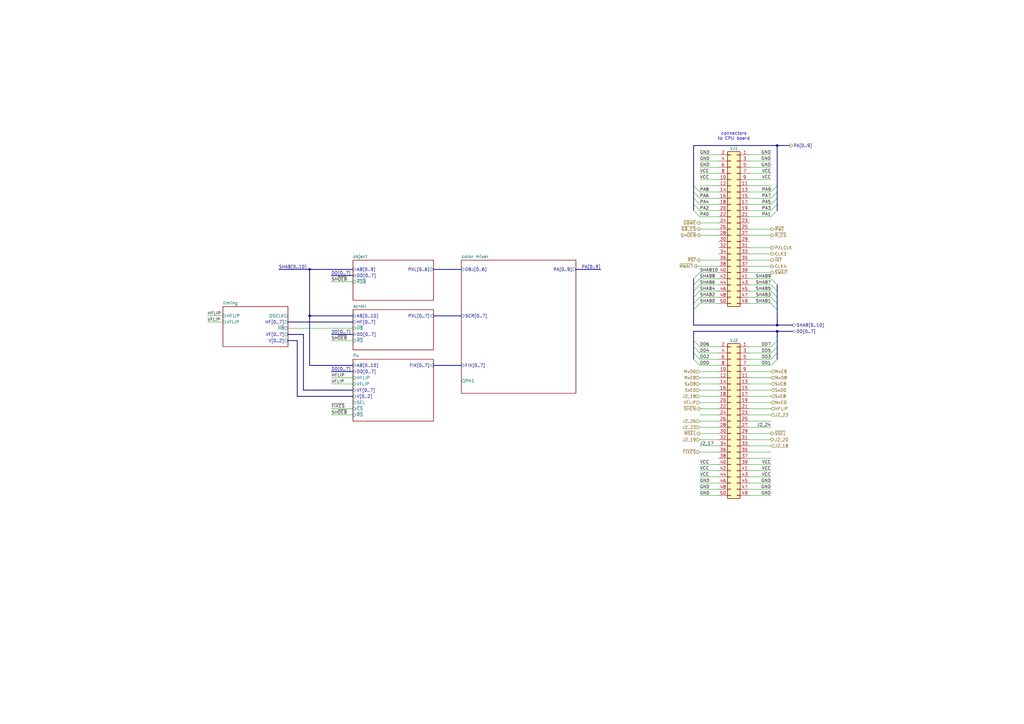
<source format=kicad_sch>
(kicad_sch (version 20231120) (generator "eeschema") (generator_version "8.0")
  (paper "A3")
  (title_block (date "2024-10-12") (company "JOTEGO") (comment 1 "Jose Tejada"))
  (lib_symbols
    (symbol "Connector_Generic:Conn_02x25_Odd_Even" (pin_names (offset 1.016) hide)
      (property "Reference" "J" (at 1.27 33.02 0))
      (property "Value" "Conn_02x25_Odd_Even" (at 1.27 -33.02 0))
      (symbol "Conn_02x25_Odd_Even_1_1"
        (rectangle (start -1.27 -30.353) (end 0 -30.607) (stroke (width 0.1524)))
        (rectangle (start -1.27 -27.813) (end 0 -28.067) (stroke (width 0.1524)))
        (rectangle (start -1.27 -25.273) (end 0 -25.527) (stroke (width 0.1524)))
        (rectangle (start -1.27 -22.733) (end 0 -22.987) (stroke (width 0.1524)))
        (rectangle (start -1.27 -20.193) (end 0 -20.447) (stroke (width 0.1524)))
        (rectangle (start -1.27 -17.653) (end 0 -17.907) (stroke (width 0.1524)))
        (rectangle (start -1.27 -15.113) (end 0 -15.367) (stroke (width 0.1524)))
        (rectangle (start -1.27 -12.573) (end 0 -12.827) (stroke (width 0.1524)))
        (rectangle (start -1.27 -10.033) (end 0 -10.287) (stroke (width 0.1524)))
        (rectangle (start -1.27 -7.493) (end 0 -7.747) (stroke (width 0.1524)))
        (rectangle (start -1.27 -4.953) (end 0 -5.207) (stroke (width 0.1524)))
        (rectangle (start -1.27 -2.413) (end 0 -2.667) (stroke (width 0.1524)))
        (rectangle (start -1.27 0.127) (end 0 -0.127) (stroke (width 0.1524)))
        (rectangle (start -1.27 2.667) (end 0 2.413) (stroke (width 0.1524)))
        (rectangle (start -1.27 5.207) (end 0 4.953) (stroke (width 0.1524)))
        (rectangle (start -1.27 7.747) (end 0 7.493) (stroke (width 0.1524)))
        (rectangle (start -1.27 10.287) (end 0 10.033) (stroke (width 0.1524)))
        (rectangle (start -1.27 12.827) (end 0 12.573) (stroke (width 0.1524)))
        (rectangle (start -1.27 15.367) (end 0 15.113) (stroke (width 0.1524)))
        (rectangle (start -1.27 17.907) (end 0 17.653) (stroke (width 0.1524)))
        (rectangle (start -1.27 20.447) (end 0 20.193) (stroke (width 0.1524)))
        (rectangle (start -1.27 22.987) (end 0 22.733) (stroke (width 0.1524)))
        (rectangle (start -1.27 25.527) (end 0 25.273) (stroke (width 0.1524)))
        (rectangle (start -1.27 28.067) (end 0 27.813) (stroke (width 0.1524)))
        (rectangle (start -1.27 30.607) (end 0 30.353) (stroke (width 0.1524)))
        (rectangle (start -1.27 31.75) (end 3.81 -31.75) (stroke (width 0.254)) (fill (type background)))
        (rectangle (start 3.81 -30.353) (end 2.54 -30.607) (stroke (width 0.1524)))
        (rectangle (start 3.81 -27.813) (end 2.54 -28.067) (stroke (width 0.1524)))
        (rectangle (start 3.81 -25.273) (end 2.54 -25.527) (stroke (width 0.1524)))
        (rectangle (start 3.81 -22.733) (end 2.54 -22.987) (stroke (width 0.1524)))
        (rectangle (start 3.81 -20.193) (end 2.54 -20.447) (stroke (width 0.1524)))
        (rectangle (start 3.81 -17.653) (end 2.54 -17.907) (stroke (width 0.1524)))
        (rectangle (start 3.81 -15.113) (end 2.54 -15.367) (stroke (width 0.1524)))
        (rectangle (start 3.81 -12.573) (end 2.54 -12.827) (stroke (width 0.1524)))
        (rectangle (start 3.81 -10.033) (end 2.54 -10.287) (stroke (width 0.1524)))
        (rectangle (start 3.81 -7.493) (end 2.54 -7.747) (stroke (width 0.1524)))
        (rectangle (start 3.81 -4.953) (end 2.54 -5.207) (stroke (width 0.1524)))
        (rectangle (start 3.81 -2.413) (end 2.54 -2.667) (stroke (width 0.1524)))
        (rectangle (start 3.81 0.127) (end 2.54 -0.127) (stroke (width 0.1524)))
        (rectangle (start 3.81 2.667) (end 2.54 2.413) (stroke (width 0.1524)))
        (rectangle (start 3.81 5.207) (end 2.54 4.953) (stroke (width 0.1524)))
        (rectangle (start 3.81 7.747) (end 2.54 7.493) (stroke (width 0.1524)))
        (rectangle (start 3.81 10.287) (end 2.54 10.033) (stroke (width 0.1524)))
        (rectangle (start 3.81 12.827) (end 2.54 12.573) (stroke (width 0.1524)))
        (rectangle (start 3.81 15.367) (end 2.54 15.113) (stroke (width 0.1524)))
        (rectangle (start 3.81 17.907) (end 2.54 17.653) (stroke (width 0.1524)))
        (rectangle (start 3.81 20.447) (end 2.54 20.193) (stroke (width 0.1524)))
        (rectangle (start 3.81 22.987) (end 2.54 22.733) (stroke (width 0.1524)))
        (rectangle (start 3.81 25.527) (end 2.54 25.273) (stroke (width 0.1524)))
        (rectangle (start 3.81 28.067) (end 2.54 27.813) (stroke (width 0.1524)))
        (rectangle (start 3.81 30.607) (end 2.54 30.353) (stroke (width 0.1524)))
        (pin passive line (at -5.08 30.48 0) (length 3.81) (name "Pin_1") (number "1"))
        (pin passive line (at 7.62 20.32 180) (length 3.81) (name "Pin_10") (number "10"))
        (pin passive line (at -5.08 17.78 0) (length 3.81) (name "Pin_11") (number "11"))
        (pin passive line (at 7.62 17.78 180) (length 3.81) (name "Pin_12") (number "12"))
        (pin passive line (at -5.08 15.24 0) (length 3.81) (name "Pin_13") (number "13"))
        (pin passive line (at 7.62 15.24 180) (length 3.81) (name "Pin_14") (number "14"))
        (pin passive line (at -5.08 12.7 0) (length 3.81) (name "Pin_15") (number "15"))
        (pin passive line (at 7.62 12.7 180) (length 3.81) (name "Pin_16") (number "16"))
        (pin passive line (at -5.08 10.16 0) (length 3.81) (name "Pin_17") (number "17"))
        (pin passive line (at 7.62 10.16 180) (length 3.81) (name "Pin_18") (number "18"))
        (pin passive line (at -5.08 7.62 0) (length 3.81) (name "Pin_19") (number "19"))
        (pin passive line (at 7.62 30.48 180) (length 3.81) (name "Pin_2") (number "2"))
        (pin passive line (at 7.62 7.62 180) (length 3.81) (name "Pin_20") (number "20"))
        (pin passive line (at -5.08 5.08 0) (length 3.81) (name "Pin_21") (number "21"))
        (pin passive line (at 7.62 5.08 180) (length 3.81) (name "Pin_22") (number "22"))
        (pin passive line (at -5.08 2.54 0) (length 3.81) (name "Pin_23") (number "23"))
        (pin passive line (at 7.62 2.54 180) (length 3.81) (name "Pin_24") (number "24"))
        (pin passive line (at -5.08 0 0) (length 3.81) (name "Pin_25") (number "25"))
        (pin passive line (at 7.62 0 180) (length 3.81) (name "Pin_26") (number "26"))
        (pin passive line (at -5.08 -2.54 0) (length 3.81) (name "Pin_27") (number "27"))
        (pin passive line (at 7.62 -2.54 180) (length 3.81) (name "Pin_28") (number "28"))
        (pin passive line (at -5.08 -5.08 0) (length 3.81) (name "Pin_29") (number "29"))
        (pin passive line (at -5.08 27.94 0) (length 3.81) (name "Pin_3") (number "3"))
        (pin passive line (at 7.62 -5.08 180) (length 3.81) (name "Pin_30") (number "30"))
        (pin passive line (at -5.08 -7.62 0) (length 3.81) (name "Pin_31") (number "31"))
        (pin passive line (at 7.62 -7.62 180) (length 3.81) (name "Pin_32") (number "32"))
        (pin passive line (at -5.08 -10.16 0) (length 3.81) (name "Pin_33") (number "33"))
        (pin passive line (at 7.62 -10.16 180) (length 3.81) (name "Pin_34") (number "34"))
        (pin passive line (at -5.08 -12.7 0) (length 3.81) (name "Pin_35") (number "35"))
        (pin passive line (at 7.62 -12.7 180) (length 3.81) (name "Pin_36") (number "36"))
        (pin passive line (at -5.08 -15.24 0) (length 3.81) (name "Pin_37") (number "37"))
        (pin passive line (at 7.62 -15.24 180) (length 3.81) (name "Pin_38") (number "38"))
        (pin passive line (at -5.08 -17.78 0) (length 3.81) (name "Pin_39") (number "39"))
        (pin passive line (at 7.62 27.94 180) (length 3.81) (name "Pin_4") (number "4"))
        (pin passive line (at 7.62 -17.78 180) (length 3.81) (name "Pin_40") (number "40"))
        (pin passive line (at -5.08 -20.32 0) (length 3.81) (name "Pin_41") (number "41"))
        (pin passive line (at 7.62 -20.32 180) (length 3.81) (name "Pin_42") (number "42"))
        (pin passive line (at -5.08 -22.86 0) (length 3.81) (name "Pin_43") (number "43"))
        (pin passive line (at 7.62 -22.86 180) (length 3.81) (name "Pin_44") (number "44"))
        (pin passive line (at -5.08 -25.4 0) (length 3.81) (name "Pin_45") (number "45"))
        (pin passive line (at 7.62 -25.4 180) (length 3.81) (name "Pin_46") (number "46"))
        (pin passive line (at -5.08 -27.94 0) (length 3.81) (name "Pin_47") (number "47"))
        (pin passive line (at 7.62 -27.94 180) (length 3.81) (name "Pin_48") (number "48"))
        (pin passive line (at -5.08 -30.48 0) (length 3.81) (name "Pin_49") (number "49"))
        (pin passive line (at -5.08 25.4 0) (length 3.81) (name "Pin_5") (number "5"))
        (pin passive line (at 7.62 -30.48 180) (length 3.81) (name "Pin_50") (number "50"))
        (pin passive line (at 7.62 25.4 180) (length 3.81) (name "Pin_6") (number "6"))
        (pin passive line (at -5.08 22.86 0) (length 3.81) (name "Pin_7") (number "7"))
        (pin passive line (at 7.62 22.86 180) (length 3.81) (name "Pin_8") (number "8"))
        (pin passive line (at -5.08 20.32 0) (length 3.81) (name "Pin_9") (number "9"))
      )
    )
  )
  (junction (at 318.77 133.35))
  (junction (at 127 110.49))
  (junction (at 318.77 135.89))
  (junction (at 318.77 59.69))
  (junction (at 127 129.54))
  (bus_entry (at 287.02 144.78) (size -2.54 -2.54))
  (bus_entry (at 316.23 86.36) (size 2.54 -2.54))
  (bus_entry (at 287.02 83.82) (size -2.54 -2.54))
  (bus_entry (at 318.77 127) (size -2.54 -2.54))
  (bus_entry (at 287.02 78.74) (size -2.54 -2.54))
  (bus_entry (at 287.02 86.36) (size -2.54 -2.54))
  (bus_entry (at 284.48 119.38) (size 2.54 -2.54))
  (bus_entry (at 316.23 144.78) (size 2.54 -2.54))
  (bus_entry (at 316.23 83.82) (size 2.54 -2.54))
  (bus_entry (at 287.02 142.24) (size -2.54 -2.54))
  (bus_entry (at 287.02 149.86) (size -2.54 -2.54))
  (bus_entry (at 316.23 147.32) (size 2.54 -2.54))
  (bus_entry (at 316.23 81.28) (size 2.54 -2.54))
  (bus_entry (at 284.48 124.46) (size 2.54 -2.54))
  (bus_entry (at 316.23 88.9) (size 2.54 -2.54))
  (bus_entry (at 284.48 121.92) (size 2.54 -2.54))
  (bus_entry (at 316.23 78.74) (size 2.54 -2.54))
  (bus_entry (at 284.48 114.3) (size 2.54 -2.54))
  (bus_entry (at 318.77 116.84) (size -2.54 -2.54))
  (bus_entry (at 287.02 81.28) (size -2.54 -2.54))
  (bus_entry (at 318.77 119.38) (size -2.54 -2.54))
  (bus_entry (at 287.02 88.9) (size -2.54 -2.54))
  (bus_entry (at 284.48 116.84) (size 2.54 -2.54))
  (bus_entry (at 284.48 127) (size 2.54 -2.54))
  (bus_entry (at 316.23 142.24) (size 2.54 -2.54))
  (bus_entry (at 316.23 149.86) (size 2.54 -2.54))
  (bus_entry (at 287.02 147.32) (size -2.54 -2.54))
  (bus_entry (at 318.77 121.92) (size -2.54 -2.54))
  (bus_entry (at 318.77 124.46) (size -2.54 -2.54))
  (bus (pts (xy 318.77 121.92) (xy 318.77 119.38)))
  (wire (pts (xy 287.02 68.58) (xy 294.64 68.58)))
  (wire (pts (xy 307.34 180.34) (xy 316.23 180.34)))
  (wire (pts (xy 307.34 152.4) (xy 316.23 152.4)))
  (bus (pts (xy 284.48 76.2) (xy 284.48 59.69)))
  (bus (pts (xy 284.48 135.89) (xy 318.77 135.89)))
  (wire (pts (xy 287.02 160.02) (xy 294.64 160.02)))
  (bus (pts (xy 127 110.49) (xy 127 129.54)))
  (wire (pts (xy 307.34 86.36) (xy 316.23 86.36)))
  (wire (pts (xy 307.34 144.78) (xy 316.23 144.78)))
  (bus (pts (xy 127 149.86) (xy 144.78 149.86)))
  (wire (pts (xy 135.89 170.18) (xy 144.78 170.18)))
  (bus (pts (xy 121.92 139.7) (xy 121.92 162.56)))
  (wire (pts (xy 316.23 190.5) (xy 307.34 190.5)))
  (wire (pts (xy 307.34 106.68) (xy 316.23 106.68)))
  (bus (pts (xy 318.77 147.32) (xy 318.77 144.78)))
  (wire (pts (xy 287.02 172.72) (xy 294.64 172.72)))
  (bus (pts (xy 127 129.54) (xy 144.78 129.54)))
  (wire (pts (xy 287.02 111.76) (xy 294.64 111.76)))
  (wire (pts (xy 287.02 106.68) (xy 294.64 106.68)))
  (bus (pts (xy 118.11 132.08) (xy 144.78 132.08)))
  (bus (pts (xy 318.77 78.74) (xy 318.77 76.2)))
  (bus (pts (xy 318.77 139.7) (xy 318.77 135.89)))
  (wire (pts (xy 287.02 116.84) (xy 294.64 116.84)))
  (wire (pts (xy 287.02 76.2) (xy 294.64 76.2)))
  (wire (pts (xy 287.02 170.18) (xy 294.64 170.18)))
  (bus (pts (xy 284.48 139.7) (xy 284.48 135.89)))
  (wire (pts (xy 316.23 71.12) (xy 307.34 71.12)))
  (wire (pts (xy 287.02 147.32) (xy 294.64 147.32)))
  (wire (pts (xy 307.34 160.02) (xy 316.23 160.02)))
  (wire (pts (xy 287.02 73.66) (xy 294.64 73.66)))
  (wire (pts (xy 287.02 91.44) (xy 294.64 91.44)))
  (bus (pts (xy 318.77 133.35) (xy 318.77 127)))
  (wire (pts (xy 85.09 132.08) (xy 91.44 132.08)))
  (wire (pts (xy 287.02 121.92) (xy 294.64 121.92)))
  (bus (pts (xy 284.48 142.24) (xy 284.48 139.7)))
  (wire (pts (xy 135.89 154.94) (xy 144.78 154.94)))
  (wire (pts (xy 307.34 88.9) (xy 316.23 88.9)))
  (wire (pts (xy 287.02 180.34) (xy 294.64 180.34)))
  (wire (pts (xy 287.02 81.28) (xy 294.64 81.28)))
  (bus (pts (xy 318.77 127) (xy 318.77 124.46)))
  (wire (pts (xy 307.34 76.2) (xy 316.23 76.2)))
  (wire (pts (xy 287.02 177.8) (xy 294.64 177.8)))
  (bus (pts (xy 284.48 119.38) (xy 284.48 121.92)))
  (bus (pts (xy 284.48 81.28) (xy 284.48 78.74)))
  (bus (pts (xy 127 110.49) (xy 144.78 110.49)))
  (bus (pts (xy 177.8 129.54) (xy 189.23 129.54)))
  (bus (pts (xy 325.12 133.35) (xy 318.77 133.35)))
  (wire (pts (xy 287.02 142.24) (xy 294.64 142.24)))
  (bus (pts (xy 284.48 116.84) (xy 284.48 119.38)))
  (wire (pts (xy 287.02 190.5) (xy 294.64 190.5)))
  (wire (pts (xy 287.02 93.98) (xy 294.64 93.98)))
  (bus (pts (xy 177.8 149.86) (xy 189.23 149.86)))
  (bus (pts (xy 135.89 137.16) (xy 144.78 137.16)))
  (wire (pts (xy 287.02 119.38) (xy 294.64 119.38)))
  (bus (pts (xy 284.48 147.32) (xy 284.48 144.78)))
  (wire (pts (xy 307.34 81.28) (xy 316.23 81.28)))
  (wire (pts (xy 307.34 116.84) (xy 316.23 116.84)))
  (bus (pts (xy 284.48 78.74) (xy 284.48 76.2)))
  (wire (pts (xy 287.02 86.36) (xy 294.64 86.36)))
  (wire (pts (xy 287.02 165.1) (xy 294.64 165.1)))
  (wire (pts (xy 287.02 63.5) (xy 294.64 63.5)))
  (wire (pts (xy 287.02 162.56) (xy 294.64 162.56)))
  (wire (pts (xy 287.02 88.9) (xy 294.64 88.9)))
  (wire (pts (xy 307.34 83.82) (xy 316.23 83.82)))
  (wire (pts (xy 307.34 165.1) (xy 316.23 165.1)))
  (bus (pts (xy 124.46 160.02) (xy 144.78 160.02)))
  (wire (pts (xy 135.89 167.64) (xy 144.78 167.64)))
  (wire (pts (xy 307.34 149.86) (xy 316.23 149.86)))
  (bus (pts (xy 118.11 137.16) (xy 124.46 137.16)))
  (bus (pts (xy 284.48 133.35) (xy 318.77 133.35)))
  (wire (pts (xy 287.02 175.26) (xy 294.64 175.26)))
  (bus (pts (xy 318.77 142.24) (xy 318.77 139.7)))
  (bus (pts (xy 236.22 110.49) (xy 246.38 110.49)))
  (wire (pts (xy 307.34 200.66) (xy 316.23 200.66)))
  (bus (pts (xy 118.11 139.7) (xy 121.92 139.7)))
  (wire (pts (xy 135.89 139.7) (xy 144.78 139.7)))
  (wire (pts (xy 307.34 162.56) (xy 316.23 162.56)))
  (wire (pts (xy 287.02 124.46) (xy 294.64 124.46)))
  (wire (pts (xy 287.02 96.52) (xy 294.64 96.52)))
  (wire (pts (xy 287.02 114.3) (xy 294.64 114.3)))
  (wire (pts (xy 307.34 63.5) (xy 316.23 63.5)))
  (wire (pts (xy 285.75 109.22) (xy 294.64 109.22)))
  (bus (pts (xy 318.77 144.78) (xy 318.77 142.24)))
  (bus (pts (xy 284.48 124.46) (xy 284.48 127)))
  (wire (pts (xy 307.34 147.32) (xy 316.23 147.32)))
  (bus (pts (xy 127 129.54) (xy 127 149.86)))
  (bus (pts (xy 177.8 110.49) (xy 189.23 110.49)))
  (wire (pts (xy 307.34 96.52) (xy 316.23 96.52)))
  (wire (pts (xy 307.34 104.14) (xy 316.23 104.14)))
  (bus (pts (xy 318.77 86.36) (xy 318.77 83.82)))
  (wire (pts (xy 307.34 124.46) (xy 316.23 124.46)))
  (wire (pts (xy 307.34 185.42) (xy 316.23 185.42)))
  (wire (pts (xy 307.34 170.18) (xy 316.23 170.18)))
  (wire (pts (xy 287.02 157.48) (xy 294.64 157.48)))
  (wire (pts (xy 287.02 144.78) (xy 294.64 144.78)))
  (wire (pts (xy 118.11 134.62) (xy 144.78 134.62)))
  (bus (pts (xy 114.3 110.49) (xy 127 110.49)))
  (wire (pts (xy 307.34 109.22) (xy 316.23 109.22)))
  (wire (pts (xy 307.34 119.38) (xy 316.23 119.38)))
  (wire (pts (xy 307.34 101.6) (xy 316.23 101.6)))
  (wire (pts (xy 287.02 71.12) (xy 294.64 71.12)))
  (wire (pts (xy 307.34 111.76) (xy 316.23 111.76)))
  (wire (pts (xy 307.34 182.88) (xy 316.23 182.88)))
  (wire (pts (xy 316.23 73.66) (xy 307.34 73.66)))
  (wire (pts (xy 287.02 167.64) (xy 294.64 167.64)))
  (wire (pts (xy 307.34 68.58) (xy 316.23 68.58)))
  (bus (pts (xy 121.92 162.56) (xy 144.78 162.56)))
  (wire (pts (xy 307.34 154.94) (xy 316.23 154.94)))
  (wire (pts (xy 307.34 175.26) (xy 316.23 175.26)))
  (wire (pts (xy 287.02 152.4) (xy 294.64 152.4)))
  (wire (pts (xy 307.34 66.04) (xy 316.23 66.04)))
  (wire (pts (xy 307.34 177.8) (xy 316.23 177.8)))
  (bus (pts (xy 284.48 86.36) (xy 284.48 83.82)))
  (wire (pts (xy 287.02 193.04) (xy 294.64 193.04)))
  (wire (pts (xy 307.34 157.48) (xy 316.23 157.48)))
  (wire (pts (xy 307.34 142.24) (xy 316.23 142.24)))
  (wire (pts (xy 85.09 129.54) (xy 91.44 129.54)))
  (wire (pts (xy 287.02 182.88) (xy 294.64 182.88)))
  (bus (pts (xy 318.77 135.89) (xy 325.12 135.89)))
  (wire (pts (xy 307.34 187.96) (xy 316.23 187.96)))
  (wire (pts (xy 307.34 121.92) (xy 316.23 121.92)))
  (wire (pts (xy 316.23 195.58) (xy 307.34 195.58)))
  (wire (pts (xy 135.89 157.48) (xy 144.78 157.48)))
  (wire (pts (xy 287.02 83.82) (xy 294.64 83.82)))
  (wire (pts (xy 287.02 198.12) (xy 294.64 198.12)))
  (wire (pts (xy 307.34 167.64) (xy 316.23 167.64)))
  (bus (pts (xy 318.77 59.69) (xy 323.85 59.69)))
  (bus (pts (xy 284.48 83.82) (xy 284.48 81.28)))
  (bus (pts (xy 318.77 83.82) (xy 318.77 81.28)))
  (wire (pts (xy 287.02 203.2) (xy 294.64 203.2)))
  (wire (pts (xy 307.34 114.3) (xy 316.23 114.3)))
  (bus (pts (xy 318.77 76.2) (xy 318.77 59.69)))
  (bus (pts (xy 318.77 81.28) (xy 318.77 78.74)))
  (wire (pts (xy 307.34 93.98) (xy 316.23 93.98)))
  (wire (pts (xy 287.02 195.58) (xy 294.64 195.58)))
  (bus (pts (xy 284.48 121.92) (xy 284.48 124.46)))
  (wire (pts (xy 287.02 66.04) (xy 294.64 66.04)))
  (wire (pts (xy 287.02 78.74) (xy 294.64 78.74)))
  (wire (pts (xy 287.02 185.42) (xy 294.64 185.42)))
  (wire (pts (xy 307.34 172.72) (xy 316.23 172.72)))
  (bus (pts (xy 124.46 137.16) (xy 124.46 160.02)))
  (wire (pts (xy 316.23 193.04) (xy 307.34 193.04)))
  (bus (pts (xy 318.77 119.38) (xy 318.77 116.84)))
  (bus (pts (xy 135.89 113.03) (xy 144.78 113.03)))
  (wire (pts (xy 287.02 149.86) (xy 294.64 149.86)))
  (wire (pts (xy 307.34 78.74) (xy 316.23 78.74)))
  (bus (pts (xy 284.48 127) (xy 284.48 133.35)))
  (bus (pts (xy 284.48 59.69) (xy 318.77 59.69)))
  (wire (pts (xy 307.34 203.2) (xy 316.23 203.2)))
  (wire (pts (xy 287.02 200.66) (xy 294.64 200.66)))
  (bus (pts (xy 284.48 114.3) (xy 284.48 116.84)))
  (bus (pts (xy 318.77 124.46) (xy 318.77 121.92)))
  (wire (pts (xy 307.34 198.12) (xy 316.23 198.12)))
  (wire (pts (xy 287.02 154.94) (xy 294.64 154.94)))
  (bus (pts (xy 135.89 152.4) (xy 144.78 152.4)))
  (bus (pts (xy 284.48 144.78) (xy 284.48 142.24)))
  (wire (pts (xy 135.89 115.57) (xy 144.78 115.57)))
  (text "connectors\nto CPU board" (at 300.99 55.88 0) (effects (font (size 1.27 1.27))))
  (label "~{FIXCS}" (at 135.89 167.64 0))
  (label "PA[0..9]" (at 246.38 110.49 180))
  (label "DD1" (at 316.23 149.86 180))
  (label "J2_17" (at 287.02 182.88 0))
  (label "GND" (at 287.02 198.12 0))
  (label "GND" (at 316.23 198.12 180))
  (label "VCC" (at 316.23 71.12 180))
  (label "SH~{OEB}" (at 135.89 170.18 0))
  (label "HFLIP" (at 85.09 129.54 0))
  (label "J2_24" (at 316.23 175.26 180))
  (label "VCC" (at 316.23 73.66 180))
  (label "SHAB[0..10]" (at 114.3 110.49 0))
  (label "VFLIP" (at 85.09 132.08 0))
  (label "PA4" (at 287.02 83.82 0))
  (label "GND" (at 316.23 200.66 180))
  (label "GND" (at 316.23 66.04 180))
  (label "GND" (at 316.23 68.58 180))
  (label "GND" (at 287.02 66.04 0))
  (label "SHAB1" (at 316.23 124.46 180))
  (label "DD2" (at 287.02 147.32 0))
  (label "PA7" (at 316.23 81.28 180))
  (label "GND" (at 287.02 63.5 0))
  (label "SHAB3" (at 316.23 121.92 180))
  (label "VCC" (at 287.02 73.66 0))
  (label "SHAB2" (at 287.02 121.92 0))
  (label "PA8" (at 287.02 78.74 0))
  (label "DD6" (at 287.02 142.24 0))
  (label "VCC" (at 287.02 190.5 0))
  (label "PA5" (at 316.23 83.82 180))
  (label "VCC" (at 316.23 195.58 180))
  (label "SHAB9" (at 316.23 114.3 180))
  (label "VCC" (at 316.23 190.5 180))
  (label "GND" (at 287.02 203.2 0))
  (label "VCC" (at 287.02 195.58 0))
  (label "SHAB10" (at 287.02 111.76 0))
  (label "SH~{OEB}" (at 135.89 139.7 0))
  (label "DD4" (at 287.02 144.78 0))
  (label "HFLIP" (at 135.89 154.94 0))
  (label "SHAB7" (at 316.23 116.84 180))
  (label "GND" (at 316.23 63.5 180))
  (label "VCC" (at 287.02 193.04 0))
  (label "SHAB6" (at 287.02 116.84 0))
  (label "VCC" (at 287.02 71.12 0))
  (label "PA2" (at 287.02 86.36 0))
  (label "GND" (at 287.02 68.58 0))
  (label "VCC" (at 316.23 193.04 180))
  (label "SHAB8" (at 287.02 114.3 0))
  (label "PA3" (at 316.23 86.36 180))
  (label "DD5" (at 316.23 144.78 180))
  (label "DD[0..7]" (at 135.89 113.03 0))
  (label "DD[0..7]" (at 135.89 152.4 0))
  (label "SHAB0" (at 287.02 124.46 0))
  (label "SHAB5" (at 316.23 119.38 180))
  (label "GND" (at 287.02 200.66 0))
  (label "DD[0..7]" (at 135.89 137.16 0))
  (label "VFLIP" (at 135.89 157.48 0))
  (label "SHAB4" (at 287.02 119.38 0))
  (label "PA1" (at 316.23 88.9 180))
  (label "GND" (at 316.23 203.2 180))
  (label "PA9" (at 316.23 78.74 180))
  (label "SH~{OEB}" (at 135.89 115.57 0))
  (label "DD7" (at 316.23 142.24 180))
  (label "DD0" (at 287.02 149.86 0))
  (label "DD3" (at 316.23 147.32 180))
  (label "PA6" (at 287.02 81.28 0))
  (label "PA0" (at 287.02 88.9 0))
  (hierarchical_label "J2_18" (shape input) (at 316.23 182.88 0))
  (hierarchical_label "~{R_CS}" (shape output) (at 316.23 96.52 0))
  (hierarchical_label "DD[0..7]" (shape bidirectional) (at 325.12 135.89 0))
  (hierarchical_label "J2_20" (shape output) (at 316.23 180.34 0))
  (hierarchical_label "MxE0" (shape input) (at 316.23 165.1 0))
  (hierarchical_label "SxD0" (shape input) (at 316.23 160.02 0))
  (hierarchical_label "CLK4" (shape output) (at 316.23 109.22 0))
  (hierarchical_label "SxC8" (shape input) (at 316.23 157.48 0))
  (hierarchical_label "MxD0" (shape input) (at 287.02 152.4 180))
  (hierarchical_label "~{RWE}" (shape output) (at 316.23 93.98 0))
  (hierarchical_label "CLK3" (shape output) (at 316.23 104.14 0))
  (hierarchical_label "J2_19" (shape input) (at 287.02 180.34 180))
  (hierarchical_label "J2_18" (shape input) (at 287.02 162.56 180))
  (hierarchical_label "~{FIXCS}" (shape input) (at 287.02 185.42 180))
  (hierarchical_label "MxD8" (shape input) (at 316.23 154.94 0))
  (hierarchical_label "MxC8" (shape input) (at 316.23 152.4 0))
  (hierarchical_label "~{MWAIT}" (shape output) (at 285.75 109.22 180))
  (hierarchical_label "SHAB[0..10]" (shape output) (at 325.12 133.35 0))
  (hierarchical_label "~{RST}" (shape output) (at 287.02 106.68 180))
  (hierarchical_label "SxE8" (shape input) (at 316.23 162.56 0))
  (hierarchical_label "PA[0..9]" (shape output) (at 323.85 59.69 0))
  (hierarchical_label "J2_23" (shape input) (at 287.02 175.26 180))
  (hierarchical_label "~{SSEL}" (shape output) (at 316.23 177.8 0))
  (hierarchical_label "VFLIP" (shape input) (at 287.02 165.1 180))
  (hierarchical_label "~{GBWE}" (shape output) (at 287.02 91.44 180))
  (hierarchical_label "MxE8" (shape input) (at 287.02 154.94 180))
  (hierarchical_label "~{MSEL}" (shape output) (at 287.02 177.8 180))
  (hierarchical_label "SxE0" (shape input) (at 287.02 160.02 180))
  (hierarchical_label "HFLIP" (shape input) (at 316.23 167.64 0))
  (hierarchical_label "~{GB_CS}" (shape output) (at 287.02 93.98 180))
  (hierarchical_label "~{SHEN}" (shape output) (at 287.02 167.64 180))
  (hierarchical_label "PXLCLK" (shape output) (at 316.23 101.6 0))
  (hierarchical_label "J2_23" (shape input) (at 316.23 170.18 0))
  (hierarchical_label "SxD8" (shape input) (at 287.02 157.48 180))
  (hierarchical_label "J2_26" (shape input) (at 287.02 172.72 180))
  (hierarchical_label "~{SWAIT}" (shape output) (at 316.23 111.76 0))
  (hierarchical_label "SH~{OEB}" (shape output) (at 287.02 96.52 180))
  (hierarchical_label "~{INT}" (shape output) (at 316.23 106.68 0))
  (symbol (lib_id "Connector_Generic:Conn_02x25_Odd_Even") (at 302.26 93.98 0) (mirror y) (unit 1)
    (property "Reference" "VJ1" (at 300.99 60.96 0))
    (property "Value" "Conn_02x25_Odd_Even" (effects (hide yes)))
    (property "Description" "Generic connector, double row, 02x25, odd/even pin numbering scheme (row 1 odd numbers, row 2 even numbers), script generated (kicad-library-utils/schlib/autogen/connector/)" (effects (hide yes)))
  )
  (symbol (lib_id "Connector_Generic:Conn_02x25_Odd_Even") (at 302.26 172.72 0) (mirror y) (unit 1)
    (property "Reference" "VJ2" (at 300.99 139.7 0))
    (property "Value" "Conn_02x25_Odd_Even" (effects (hide yes)))
    (property "Description" "Generic connector, double row, 02x25, odd/even pin numbering scheme (row 1 odd numbers, row 2 even numbers), script generated (kicad-library-utils/schlib/autogen/connector/)" (effects (hide yes)))
  )
  (sheet (at 189.23 106.68) (size 46.99 54.61) (stroke (width 0.1524))
    (property "Sheetname" "color mixer" (at 189.23 105.9684 0) (effects (justify left bottom)))
    (property "Sheetfile" "colmix.kicad_sch" (effects (hide yes)))
    (pin "OBJ[0..6]" input (at 189.23 110.49 180))
    (pin "PA[0..9]" output (at 236.22 110.49 0))
    (pin "SCR[0..7]" input (at 189.23 129.54 180))
    (pin "FIX[0..7]" input (at 189.23 149.86 180))
    (pin "PH1" output (at 189.23 156.21 180))
  )
  (sheet (at 144.78 127) (size 33.02 16.51) (stroke (width 0.1524))
    (property "Sheetname" "scroll" (at 144.78 126.2884 0) (effects (justify left bottom)))
    (property "Sheetfile" "scroll.kicad_sch" (effects (hide yes)))
    (pin "PXL[0..7]" input (at 177.8 129.54 0))
    (pin "AB[0..10]" input (at 144.78 129.54 180))
    (pin "HF[0..7]" input (at 144.78 132.08 180))
    (pin "~{H8}" input (at 144.78 134.62 180))
    (pin "DD[0..7]" bidirectional (at 144.78 137.16 180))
    (pin "~{RD}" input (at 144.78 139.7 180))
  )
  (sheet (at 144.78 147.32) (size 33.02 25.4) (stroke (width 0.1524))
    (property "Sheetname" "fix" (at 144.78 146.6084 0) (effects (justify left bottom)))
    (property "Sheetfile" "fix.kicad_sch" (effects (hide yes)))
    (pin "AB[0..10]" input (at 144.78 149.86 180))
    (pin "DD[0..7]" bidirectional (at 144.78 152.4 180))
    (pin "SEL" input (at 144.78 165.1 180))
    (pin "FIX[0..7]" input (at 177.8 149.86 0))
    (pin "VFLIP" input (at 144.78 157.48 180))
    (pin "HFLIP" input (at 144.78 154.94 180))
    (pin "VF[0..7]" input (at 144.78 160.02 180))
    (pin "V[0..2]" input (at 144.78 162.56 180))
    (pin "~{CS}" input (at 144.78 167.64 180))
    (pin "~{RD}" input (at 144.78 170.18 180))
  )
  (sheet (at 144.78 106.68) (size 33.02 16.51) (stroke (width 0.1524))
    (property "Sheetname" "object" (at 144.78 105.9684 0) (effects (justify left bottom)))
    (property "Sheetfile" "object.kicad_sch" (effects (hide yes)))
    (pin "DD[0..7]" bidirectional (at 144.78 113.03 180))
    (pin "PXL[0..6]" output (at 177.8 110.49 0))
    (pin "AB[0..9]" input (at 144.78 110.49 180))
    (pin "~{RDB}" input (at 144.78 115.57 180))
  )
  (sheet (at 91.44 125.73) (size 26.67 16.51) (stroke (width 0.1524))
    (property "Sheetname" "timing" (at 91.44 125.0184 0) (effects (justify left bottom)))
    (property "Sheetfile" "timing.kicad_sch" (effects (hide yes)))
    (pin "HFLIP" input (at 91.44 129.54 180))
    (pin "VFLIP" input (at 91.44 132.08 180))
    (pin "OSCLK" output (at 118.11 129.54 0))
    (pin "~{H8}" output (at 118.11 134.62 0))
    (pin "HF[0..7]" output (at 118.11 132.08 0))
    (pin "VF[0..7]" output (at 118.11 137.16 0))
    (pin "V[0..2]" output (at 118.11 139.7 0))
  )
)
</source>
